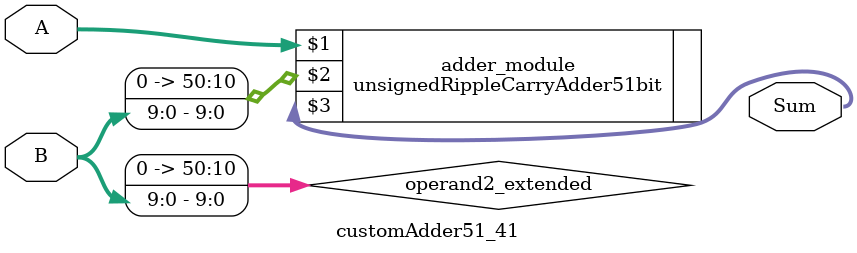
<source format=v>
module customAdder51_41(
                        input [50 : 0] A,
                        input [9 : 0] B,
                        
                        output [51 : 0] Sum
                );

        wire [50 : 0] operand2_extended;
        
        assign operand2_extended =  {41'b0, B};
        
        unsignedRippleCarryAdder51bit adder_module(
            A,
            operand2_extended,
            Sum
        );
        
        endmodule
        
</source>
